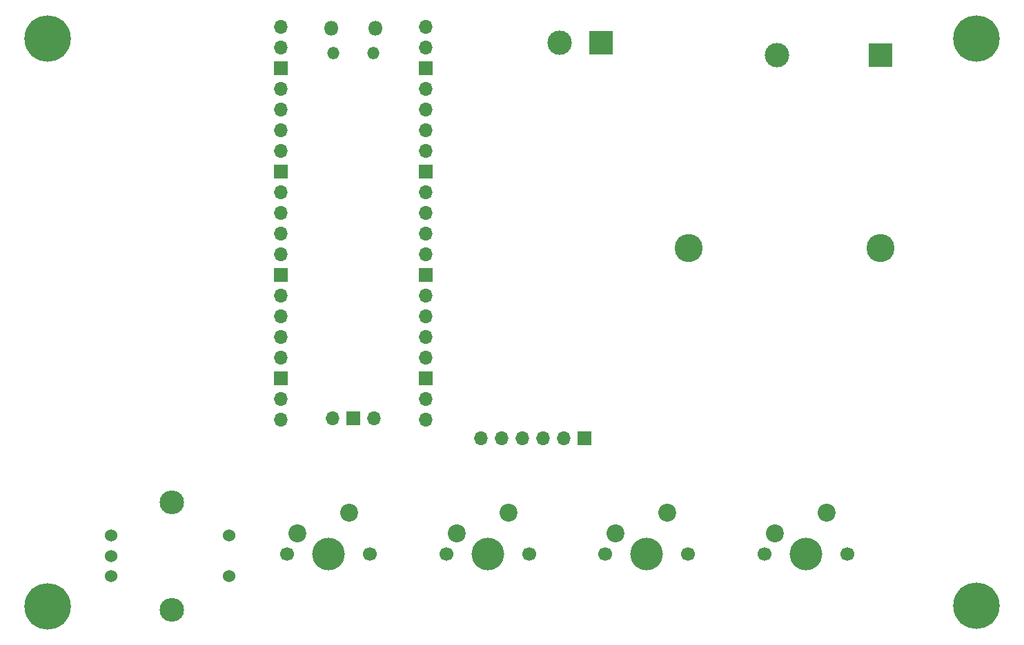
<source format=gbr>
%TF.GenerationSoftware,KiCad,Pcbnew,6.0.11-2627ca5db0~126~ubuntu22.04.1*%
%TF.CreationDate,2024-03-11T15:16:02-04:00*%
%TF.ProjectId,board,626f6172-642e-46b6-9963-61645f706362,rev?*%
%TF.SameCoordinates,Original*%
%TF.FileFunction,Soldermask,Bot*%
%TF.FilePolarity,Negative*%
%FSLAX46Y46*%
G04 Gerber Fmt 4.6, Leading zero omitted, Abs format (unit mm)*
G04 Created by KiCad (PCBNEW 6.0.11-2627ca5db0~126~ubuntu22.04.1) date 2024-03-11 15:16:02*
%MOMM*%
%LPD*%
G01*
G04 APERTURE LIST*
%ADD10R,1.700000X1.700000*%
%ADD11O,1.700000X1.700000*%
%ADD12C,5.700000*%
%ADD13C,1.700000*%
%ADD14C,4.000000*%
%ADD15C,2.200000*%
%ADD16R,3.000000X3.000000*%
%ADD17C,3.000000*%
%ADD18C,1.524000*%
%ADD19O,3.000000X2.900000*%
%ADD20O,1.500000X1.500000*%
%ADD21O,1.800000X1.800000*%
%ADD22C,3.450000*%
G04 APERTURE END LIST*
D10*
%TO.C,J3*%
X163850000Y-91160000D03*
D11*
X161310000Y-91160000D03*
X158770000Y-91160000D03*
X156230000Y-91160000D03*
X153690000Y-91160000D03*
X151150000Y-91160000D03*
%TD*%
D12*
%TO.C,REF3*%
X212000000Y-111750000D03*
%TD*%
%TO.C,REF4*%
X212000000Y-42000000D03*
%TD*%
%TO.C,REF1*%
X98000000Y-42000000D03*
%TD*%
%TO.C,REF2*%
X98000000Y-111800000D03*
%TD*%
D13*
%TO.C,SW4*%
X176610000Y-105340000D03*
X166450000Y-105340000D03*
D14*
X171530000Y-105340000D03*
D15*
X174070000Y-100260000D03*
X167720000Y-102800000D03*
%TD*%
D13*
%TO.C,SW2*%
X157060000Y-105340000D03*
D14*
X151980000Y-105340000D03*
D13*
X146900000Y-105340000D03*
D15*
X154520000Y-100260000D03*
X148170000Y-102800000D03*
%TD*%
D16*
%TO.C,J1*%
X165890000Y-42510000D03*
D17*
X160810000Y-42510000D03*
%TD*%
D13*
%TO.C,SW5*%
X186000000Y-105340000D03*
X196160000Y-105340000D03*
D14*
X191080000Y-105340000D03*
D15*
X193620000Y-100260000D03*
X187270000Y-102800000D03*
%TD*%
D13*
%TO.C,SW1*%
X137510000Y-105340000D03*
D14*
X132430000Y-105340000D03*
D13*
X127350000Y-105340000D03*
D15*
X134970000Y-100260000D03*
X128620000Y-102800000D03*
%TD*%
D18*
%TO.C,SW3*%
X105750000Y-103100000D03*
X105750000Y-108100000D03*
X105750000Y-105600000D03*
X120250000Y-103100000D03*
X120250000Y-108100000D03*
D19*
X113250000Y-112200000D03*
X113250000Y-99000000D03*
%TD*%
D11*
%TO.C,U1*%
X138040000Y-88655000D03*
D10*
X135500000Y-88655000D03*
D11*
X132960000Y-88655000D03*
X144390000Y-40625000D03*
X144390000Y-43165000D03*
D10*
X144390000Y-45705000D03*
D11*
X144390000Y-48245000D03*
X144390000Y-50785000D03*
X144390000Y-53325000D03*
X144390000Y-55865000D03*
D10*
X144390000Y-58405000D03*
D11*
X144390000Y-60945000D03*
X144390000Y-63485000D03*
X144390000Y-66025000D03*
X144390000Y-68565000D03*
D10*
X144390000Y-71105000D03*
D11*
X144390000Y-73645000D03*
X144390000Y-76185000D03*
X144390000Y-78725000D03*
X144390000Y-81265000D03*
D10*
X144390000Y-83805000D03*
D11*
X144390000Y-86345000D03*
X144390000Y-88885000D03*
X126610000Y-88885000D03*
X126610000Y-86345000D03*
D10*
X126610000Y-83805000D03*
D11*
X126610000Y-81265000D03*
X126610000Y-78725000D03*
X126610000Y-76185000D03*
X126610000Y-73645000D03*
D10*
X126610000Y-71105000D03*
D11*
X126610000Y-68565000D03*
X126610000Y-66025000D03*
X126610000Y-63485000D03*
X126610000Y-60945000D03*
D10*
X126610000Y-58405000D03*
D11*
X126610000Y-55865000D03*
X126610000Y-53325000D03*
X126610000Y-50785000D03*
X126610000Y-48245000D03*
D10*
X126610000Y-45705000D03*
D11*
X126610000Y-43165000D03*
X126610000Y-40625000D03*
D20*
X137925000Y-43785000D03*
D21*
X138225000Y-40755000D03*
D20*
X133075000Y-43785000D03*
D21*
X132775000Y-40755000D03*
%TD*%
D22*
%TO.C,BT1*%
X176650000Y-67750000D03*
X200150000Y-67750000D03*
D16*
X200150000Y-44030000D03*
D17*
X187450000Y-44030000D03*
%TD*%
M02*

</source>
